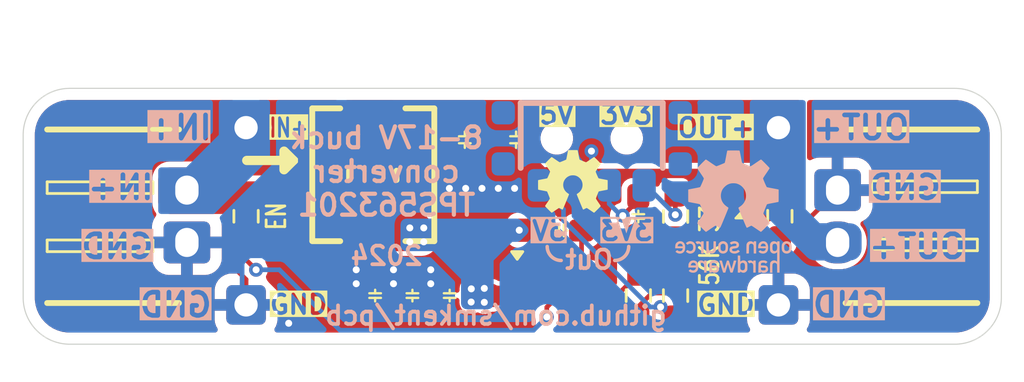
<source format=kicad_pcb>
(kicad_pcb (version 20240108) (generator "pcbnew") (generator_version "8.0")
  (layers (0 "F.Cu" signal) (31 "B.Cu" signal) (34 "B.Paste" user) (35 "F.Paste" user) (36 "B.SilkS" user "B.Silkscreen") (37 "F.SilkS" user "F.Silkscreen") (38 "B.Mask" user) (39 "F.Mask" user) (44 "Edge.Cuts" user))
  (net 0 "")
  (net 1 "GND")
  (net 2 "VIN")
  (net 3 "FB")
  (net 4 "VOUT")
  (net 5 "SW")
  (net 6 "Net-(U1-VBST)")
  (net 7 "Net-(LED1-A)")
  (net 8 "Net-(U1-EN)")
  (net 9 "Net-(SW1-C)")
  (net 10 "Net-(SW1-A)")
  (footprint "Resistor_SMD:R_0603_1608Metric_Pad0.98x0.95mm_HandSolder" (layer "F.Cu") (at 133.3925 69.2 -90)
    (property "Reference" "R3" (hide yes))
    (property "Value" "33K")
    (pad "1" smd roundrect (at -0.9125 0 270) (size 0.975 0.95) (layers "F.Cu" "F.Paste" "F.Mask") (net 9 "Net-(SW1-C)"))
    (pad "2" smd roundrect (at 0.9125 0 270) (size 0.975 0.95) (layers "F.Cu" "F.Paste" "F.Mask") (net 3 "FB"))
  )
  (footprint "custom:C_0603_1608Metric_Pad1.08x0.95mm_HandSolder" (layer "F.Cu") (at 128.4925 69.8 180)
    (property "Reference" "C7" (hide yes))
    (property "Value" "0u1")
    (pad "1" smd roundrect (at -0.8625 0 180) (size 1.075 0.95) (layers "F.Cu" "F.Paste" "F.Mask") (net 6 "Net-(U1-VBST)"))
    (pad "2" smd roundrect (at 0.8625 0 180) (size 1.075 0.95) (layers "F.Cu" "F.Paste" "F.Mask") (net 5 "SW"))
  )
  (footprint "custom:C_0603_1608Metric_Pad1.08x0.95mm_HandSolder" (layer "F.Cu") (at 123.6925 72.6 90)
    (property "Reference" "C3" (hide yes))
    (property "Value" "0u1")
    (pad "1" smd roundrect (at -0.8625 0 90) (size 1.075 0.95) (layers "F.Cu" "F.Paste" "F.Mask") (net 2 "VIN"))
    (pad "2" smd roundrect (at 0.8625 0 90) (size 1.075 0.95) (layers "F.Cu" "F.Paste" "F.Mask") (net 1 "GND"))
  )
  (footprint "Resistor_SMD:R_0603_1608Metric_Pad0.98x0.95mm_HandSolder" (layer "F.Cu") (at 133.3925 72.6 -90)
    (property "Reference" "R2" (hide yes))
    (property "Value" "56K")
    (pad "1" smd roundrect (at -0.9125 0 270) (size 0.975 0.95) (layers "F.Cu" "F.Paste" "F.Mask") (net 3 "FB"))
    (pad "2" smd roundrect (at 0.9125 0 270) (size 0.975 0.95) (layers "F.Cu" "F.Paste" "F.Mask") (net 10 "Net-(SW1-A)"))
  )
  (footprint "custom:Inductor_Multi_5.2x5.7_2x2.5" (layer "F.Cu") (at 120.3925 67.4 90)
    (property "Reference" "L1" (hide yes))
    (property "Value" "4u7")
    (pad "1" smd roundrect (at -1.825 0) (size 2.2 2.75) (layers "F.Cu" "F.Paste" "F.Mask") (roundrect_rratio 0.1136363636) (net 5 "SW"))
    (pad "2" smd roundrect (at 1.8 0) (size 2.2 2.8) (layers "F.Cu" "F.Paste" "F.Mask") (roundrect_rratio 0.1136363636) (net 4 "VOUT"))
  )
  (footprint "Resistor_SMD:R_0603_1608Metric_Pad0.98x0.95mm_HandSolder" (layer "F.Cu") (at 137.87 69.19 90)
    (property "Reference" "R0" (hide yes))
    (property "Value" "10K")
    (pad "1" smd roundrect (at -0.9125 0 90) (size 0.975 0.95) (layers "F.Cu" "F.Paste" "F.Mask") (net 7 "Net-(LED1-A)"))
    (pad "2" smd roundrect (at 0.9125 0 90) (size 0.975 0.95) (layers "F.Cu" "F.Paste" "F.Mask") (net 4 "VOUT"))
  )
  (footprint "Resistor_SMD:R_0603_1608Metric_Pad0.98x0.95mm_HandSolder" (layer "F.Cu") (at 131.7925 72.6 90)
    (property "Reference" "R1" (hide yes))
    (property "Value" "10K")
    (pad "1" smd roundrect (at -0.9125 0 90) (size 0.975 0.95) (layers "F.Cu" "F.Paste" "F.Mask") (net 1 "GND"))
    (pad "2" smd roundrect (at 0.9125 0 90) (size 0.975 0.95) (layers "F.Cu" "F.Paste" "F.Mask") (net 3 "FB"))
  )
  (footprint "custom:SOT-23-6_Handsoldering_simple" (layer "F.Cu") (at 127.7925 72.6)
    (property "Reference" "U1" (hide yes))
    (property "Value" "TPS563200")
    (pad "1" smd roundrect (at -1.35 -0.95) (size 1.56 0.65) (layers "F.Cu" "F.Paste" "F.Mask") (net 1 "GND"))
    (pad "2" smd roundrect (at -1.35 0) (size 1.56 0.65) (layers "F.Cu" "F.Paste" "F.Mask") (net 5 "SW"))
    (pad "3" smd roundrect (at -1.35 0.95) (size 1.56 0.65) (layers "F.Cu" "F.Paste" "F.Mask") (net 2 "VIN"))
    (pad "4" smd roundrect (at 1.35 0.95) (size 1.56 0.65) (layers "F.Cu" "F.Paste" "F.Mask") (net 3 "FB"))
    (pad "5" smd roundrect (at 1.35 0) (size 1.56 0.65) (layers "F.Cu" "F.Paste" "F.Mask") (net 8 "Net-(U1-EN)"))
    (pad "6" smd roundrect (at 1.35 -0.95) (size 1.56 0.65) (layers "F.Cu" "F.Paste" "F.Mask") (net 6 "Net-(U1-VBST)"))
  )
  (footprint "custom:C_0603_1608Metric_Pad1.08x0.95mm_HandSolder" (layer "F.Cu") (at 122.0925 72.6 90)
    (property "Reference" "C2" (hide yes))
    (property "Value" "10u")
    (pad "1" smd roundrect (at -0.8625 0 90) (size 1.075 0.95) (layers "F.Cu" "F.Paste" "F.Mask") (net 2 "VIN"))
    (pad "2" smd roundrect (at 0.8625 0 90) (size 1.075 0.95) (layers "F.Cu" "F.Paste" "F.Mask") (net 1 "GND"))
  )
  (footprint "custom:Conn_Combo_JST-1x02-XH_PH-THT-pad2gnd" (layer "F.Cu") (at 140.35 69.19 90)
    (property "Reference" "J4" (hide yes))
    (property "Value" "Conn_01x02")
    (pad "1" thru_hole oval (at -1.125 0 90) (size 1.8 2) (drill oval 1.25 1) (layers "*.Cu" "*.Mask") (net 4 "VOUT"))
    (pad "2" thru_hole roundrect (at 1.125 0 90) (size 1.8 2) (drill oval 1.25 1) (layers "*.Cu" "*.Mask") (roundrect_rratio 0.1388888889) (net 1 "GND"))
  )
  (footprint "custom:C_0603_1608Metric_Pad1.08x0.95mm_HandSolder" (layer "F.Cu") (at 131.7925 69.2 90)
    (property "Reference" "C4" (hide yes))
    (property "Value" "75p")
    (pad "1" smd roundrect (at -0.8625 0 90) (size 1.075 0.95) (layers "F.Cu" "F.Paste" "F.Mask") (net 3 "FB"))
    (pad "2" smd roundrect (at 0.8625 0 90) (size 1.075 0.95) (layers "F.Cu" "F.Paste" "F.Mask") (net 4 "VOUT"))
  )
  (footprint "custom:C_0603_1608Metric_Pad1.08x0.95mm_HandSolder" (layer "F.Cu") (at 120.4925 72.6 90)
    (property "Reference" "C1" (hide yes))
    (property "Value" "10u")
    (pad "1" smd roundrect (at -0.8625 0 90) (size 1.075 0.95) (layers "F.Cu" "F.Paste" "F.Mask") (net 2 "VIN"))
    (pad "2" smd roundrect (at 0.8625 0 90) (size 1.075 0.95) (layers "F.Cu" "F.Paste" "F.Mask") (net 1 "GND"))
  )
  (footprint "custom:LED_0603_1608Metric_Pad1.05x0.95mm_HandSolder_simple" (layer "F.Cu") (at 136.17 69.19 -90)
    (property "Reference" "LED1" (hide yes))
    (property "Value" "LED_Small")
    (pad "1" smd roundrect (at -0.875 0 270) (size 1.05 0.95) (layers "F.Cu" "F.Paste" "F.Mask") (net 1 "GND"))
    (pad "2" smd roundrect (at 0.875 0 270) (size 1.05 0.95) (layers "F.Cu" "F.Paste" "F.Mask") (net 7 "Net-(LED1-A)"))
  )
  (footprint "Resistor_SMD:R_0603_1608Metric_Pad0.98x0.95mm_HandSolder" (layer "F.Cu") (at 114.95 69.19 -90)
    (property "Reference" "R4" (hide yes))
    (property "Value" "10K")
    (pad "1" smd roundrect (at -0.9125 0 270) (size 0.975 0.95) (layers "F.Cu" "F.Paste" "F.Mask") (net 2 "VIN"))
    (pad "2" smd roundrect (at 0.9125 0 270) (size 0.975 0.95) (layers "F.Cu" "F.Paste" "F.Mask") (net 8 "Net-(U1-EN)"))
  )
  (footprint "custom:C_0805_2012Metric_Pad1.18x1.45mm_HandSolder" (layer "F.Cu") (at 126.4925 65.9 -90)
    (property "Reference" "C9" (hide yes))
    (property "Value" "22u")
    (pad "1" smd roundrect (at -1.0375 0 270) (size 1.175 1.45) (layers "F.Cu" "F.Paste" "F.Mask") (roundrect_rratio 0.212766) (net 4 "VOUT"))
    (pad "2" smd roundrect (at 1.0375 0 270) (size 1.175 1.45) (layers "F.Cu" "F.Paste" "F.Mask") (roundrect_rratio 0.212766) (net 1 "GND"))
  )
  (footprint "custom:Conn_Combo_JST-1x02-XH_PH-THT-pad2gnd" (layer "F.Cu") (at 112.41 69.19 -90)
    (property "Reference" "J1" (hide yes))
    (property "Value" "Conn_01x02")
    (pad "1" thru_hole oval (at -1.125 0 270) (size 1.8 2) (drill oval 1.25 1) (layers "*.Cu" "*.Mask") (net 2 "VIN"))
    (pad "2" thru_hole roundrect (at 1.125 0 270) (size 1.8 2) (drill oval 1.25 1) (layers "*.Cu" "*.Mask") (roundrect_rratio 0.1388888889) (net 1 "GND"))
  )
  (footprint "custom:C_0805_2012Metric_Pad1.18x1.45mm_HandSolder" (layer "F.Cu") (at 124.2925 65.9 -90)
    (property "Reference" "C8" (hide yes))
    (property "Value" "22u")
    (pad "1" smd roundrect (at -1.0375 0 270) (size 1.175 1.45) (layers "F.Cu" "F.Paste" "F.Mask") (roundrect_rratio 0.212766) (net 4 "VOUT"))
    (pad "2" smd roundrect (at 1.0375 0 270) (size 1.175 1.45) (layers "F.Cu" "F.Paste" "F.Mask") (roundrect_rratio 0.212766) (net 1 "GND"))
  )
  (footprint "graphics:oshw-logo-3mm" (layer "F.Cu") (at 128.98 67.69)
    (property "Reference" "G***" (hide yes))
    (property "Value" "LOGO" (hide yes))
  )
  (footprint "custom:PinHeader_1x01_P2.54mm_simple" (layer "B.Cu") (at 114.95 65.38 180)
    (property "Reference" "J2" (hide yes))
    (property "Value" "Conn_01x03")
    (pad "1" thru_hole oval (at 0 0 180) (size 1.7 1.7) (drill 1) (layers "*.Cu" "*.Mask") (net 2 "VIN"))
  )
  (footprint "graphics:oshw-logo-5mm-text" (layer "B.Cu") (at 135.88 68.99 180)
    (property "Reference" "G***" (hide yes))
    (property "Value" "LOGO" (hide yes))
  )
  (footprint "lcsc:SW-SMD_3P-P1.50_L2.7-W6.6" (layer "B.Cu") (at 129.7925 66.3)
    (property "Reference" "SW1" (hide yes))
    (property "Value" "SW_SPDT")
    (pad "" np_thru_hole circle (at -1.5 -0.46) (size 0.9 0.9) (drill 0.9) (layers "F&B.Cu" "*.Mask"))
    (pad "" np_thru_hole circle (at 1.5 -0.46) (size 0.9 0.9) (drill 0.9) (layers "F&B.Cu" "*.Mask"))
    (pad "0" smd roundrect (at -3.8 -1.56) (size 1 1) (layers "B.Cu" "B.Paste" "B.Mask"))
    (pad "0" smd roundrect (at -3.8 0.64) (size 1 1) (layers "B.Cu" "B.Paste" "B.Mask"))
    (pad "0" smd roundrect (at 3.8 -1.56) (size 1 1) (layers "B.Cu" "B.Paste" "B.Mask"))
    (pad "0" smd roundrect (at 3.8 0.64) (size 1 1) (layers "B.Cu" "B.Paste" "B.Mask"))
    (pad "1" smd roundrect (at -2.25 1.56) (size 1 1.4) (layers "B.Cu" "B.Paste" "B.Mask") (net 10 "Net-(SW1-A)"))
    (pad "2" smd roundrect (at 0.75 1.56) (size 1 1.4) (layers "B.Cu" "B.Paste" "B.Mask") (net 4 "VOUT"))
    (pad "3" smd roundrect (at 2.25 1.56) (size 1 1.4) (layers "B.Cu" "B.Paste" "B.Mask") (net 9 "Net-(SW1-C)"))
  )
  (footprint "custom:PinHeader_1x01_P2.54mm_simple_square" (layer "B.Cu") (at 137.81 73 180)
    (property "Reference" "J6" (hide yes))
    (property "Value" "Conn_01x03")
    (pad "1" thru_hole roundrect (at 0 0 180) (size 1.7 1.7) (drill 1) (layers "*.Cu" "*.Mask") (roundrect_rratio 0.1470588235) (net 1 "GND"))
  )
  (footprint "custom:PinHeader_1x01_P2.54mm_simple" (layer "B.Cu") (at 137.81 65.38 180)
    (property "Reference" "J5" (hide yes))
    (property "Value" "Conn_01x03")
    (pad "1" thru_hole oval (at 0 0 180) (size 1.7 1.7) (drill 1) (layers "*.Cu" "*.Mask") (net 4 "VOUT"))
  )
  (footprint "custom:PinHeader_1x01_P2.54mm_simple_square" (layer "B.Cu") (at 114.95 73 180)
    (property "Reference" "J3" (hide yes))
    (property "Value" "Conn_01x03")
    (pad "1" thru_hole roundrect (at 0 0 180) (size 1.7 1.7) (drill 1) (layers "*.Cu" "*.Mask") (roundrect_rratio 0.1470588235) (net 1 "GND"))
  )
  (gr_arc (start 128.48 71.09) (mid 128.055736 70.914264) (end 127.88 70.49) (stroke (width 0.15)) (layer "B.SilkS"))
  (gr_arc (start 131.38 70.49) (mid 131.204264 70.914264) (end 130.78 71.09) (stroke (width 0.15)) (layer "B.SilkS"))
  (gr_poly (pts (xy 116.58 67.19) (xy 116.58 66.39) (xy 116.98 66.79)) (stroke (width 0.4)) (fill solid) (layer "F.SilkS"))
  (gr_line (start 114.98 66.79) (end 116.98 66.79) (stroke (width 0.4)) (layer "F.SilkS"))
  (gr_poly (pts (arc (start 145.38 74.69) (mid 146.794214 74.104214) (end 147.38 72.69)) (arc (start 147.38 65.69) (mid 146.794214 64.275786) (end 145.38 63.69)) (arc (start 107.38 63.69) (mid 105.965786 64.275786) (end 105.38 65.69)) (arc (start 105.38 72.69) (mid 105.965786 74.104214) (end 107.38 74.69))) (stroke (width 0.05)) (fill none) (layer "Edge.Cuts"))
  (gr_text "Out" (at 129.68 70.59 0) (layer "B.SilkS") (effects (font (size 0.8 0.8) (thickness 0.16) (bold yes)) (justify top mirror)))
  (gr_text "GND" (at 141.58 67.95 0) (layer "B.SilkS" knockout) (effects (font (size 1 1) (thickness 0.2) (bold yes)) (justify right mirror)))
  (gr_text "2024" (at 120.98 70.89 0) (layer "B.SilkS") (effects (font (size 0.8 0.8) (thickness 0.16) (bold yes)) (justify mirror)))
  (gr_text "OUT+" (at 141.58 70.49 0) (layer "B.SilkS" knockout) (effects (font (size 1 1) (thickness 0.2) (bold yes)) (justify right mirror)))
  (gr_text "github.com/smkent/pcb" (at 125.68 72.99 0) (layer "B.SilkS") (effects (font (size 0.8 0.8) (thickness 0.16) (bold yes)) (justify top mirror)))
  (gr_text "IN+" (at 113.58 65.38 0) (layer "B.SilkS" knockout) (effects (font (size 1 1) (thickness 0.2) (bold yes)) (justify left mirror)))
  (gr_text "GND" (at 111.08 70.49 0) (layer "B.SilkS" knockout) (effects (font (size 1 1) (thickness 0.2) (bold yes)) (justify left mirror)))
  (gr_text "GND" (at 113.58 73 0) (layer "B.SilkS" knockout) (effects (font (size 1 1) (thickness 0.2) (bold yes)) (justify left mirror)))
  (gr_text "OUT+" (at 139.18 65.38 0) (layer "B.SilkS" knockout) (effects (font (size 1 1) (thickness 0.2) (bold yes)) (justify right mirror)))
  (gr_text "GND" (at 139.18 73 0) (layer "B.SilkS" knockout) (effects (font (size 1 1) (thickness 0.2) (bold yes)) (justify right mirror)))
  (gr_text "IN+" (at 111.08 67.95 0) (layer "B.SilkS" knockout) (effects (font (size 1 1) (thickness 0.2) (bold yes)) (justify left mirror)))
  (gr_text "3V3" (at 131.28 70.29 0) (layer "B.SilkS" knockout) (effects (font (size 0.8 0.8) (thickness 0.16) (bold yes)) (justify bottom mirror)))
  (gr_text "5V" (at 127.98 70.29 0) (layer "B.SilkS" knockout) (effects (font (size 0.8 0.8) (thickness 0.16) (bold yes)) (justify bottom mirror)))
  (gr_text "8-17V buck\nconverter\nTPS563201" (at 120.98 65.29 0) (layer "B.SilkS") (effects (font (size 0.9 0.9) (thickness 0.18) (bold yes)) (justify top mirror)))
  (gr_text "OUT+" (at 136.88 65.39 0) (layer "F.SilkS" knockout) (effects (font (size 0.8 0.8) (thickness 0.16) (bold yes)) (justify right)))
  (gr_text "3V3" (at 131.28 65.29 0) (layer "F.SilkS" knockout) (effects (font (size 0.8 0.8) (thickness 0.16) (bold yes)) (justify bottom)))
  (gr_text "GND" (at 136.88 72.99 0) (layer "F.SilkS" knockout) (effects (font (size 0.8 0.8) (thickness 0.16) (bold yes)) (justify right)))
  (gr_text "5V" (at 128.28 65.29 0) (layer "F.SilkS" knockout) (effects (font (size 0.8 0.8) (thickness 0.16) (bold yes)) (justify bottom)))
  (gr_text "56K" (at 134.38 71.29 90) (layer "F.SilkS") (effects (font (size 0.8 0.6) (thickness 0.12) (bold yes)) (justify top)))
  (gr_text "EN" (at 115.78 69.19 90) (layer "F.SilkS") (effects (font (size 0.8 0.6) (thickness 0.12) (bold yes)) (justify top)))
  (gr_text "33K" (at 134.38 68.99 90) (layer "F.SilkS") (effects (font (size 0.8 0.6) (thickness 0.12) (bold yes)) (justify top)))
  (gr_text "GND" (at 115.88 72.99 0) (layer "F.SilkS" knockout) (effects (font (size 0.8 0.8) (thickness 0.16) (bold yes)) (justify left)))
  (gr_text "IN+" (at 115.88 65.39 0) (layer "F.SilkS" knockout) (effects (font (size 0.8 0.6) (thickness 0.12) (bold yes)) (justify left)))
  (segment (start 133.844222 72.49) (end 134.18 72.154222) (width 0.2) (layer "F.Cu") (net 1))
  (segment (start 132.38 72.49) (end 133.844222 72.49) (width 0.2) (layer "F.Cu") (net 1))
  (segment (start 114.95 73) (end 114.95 71.908529) (width 0.2) (layer "F.Cu") (net 1))
  (segment (start 114.005 70.315) (end 112.41 70.315) (width 0.2) (layer "F.Cu") (net 1))
  (segment (start 114.08 71.038529) (end 114.08 70.39) (width 0.2) (layer "F.Cu") (net 1))
  (segment (start 114.95 71.908529) (end 114.08 71.038529) (width 0.2) (layer "F.Cu") (net 1))
  (segment (start 136.17 68.315) (end 137.045 69.19) (width 0.2) (layer "F.Cu") (net 1))
  (segment (start 134.18 72.154222) (end 134.18 67.79) (width 0.2) (layer "F.Cu") (net 1))
  (segment (start 131.7925 73.0775) (end 132.38 72.49) (width 0.2) (layer "F.Cu") (net 1))
  (segment (start 137.045 69.19) (end 139.225 69.19) (width 0.2) (layer "F.Cu") (net 1))
  (segment (start 133.78 67.39) (end 126.945 67.39) (width 0.2) (layer "F.Cu") (net 1))
  (segment (start 139.225 69.19) (end 140.35 68.065) (width 0.2) (layer "F.Cu") (net 1))
  (segment (start 114.08 70.39) (end 114.005 70.315) (width 0.2) (layer "F.Cu") (net 1))
  (segment (start 126.945 67.39) (end 126.4925 66.9375) (width 0.2) (layer "F.Cu") (net 1))
  (segment (start 131.7925 73.5125) (end 131.7925 73.0775) (width 0.2) (layer "F.Cu") (net 1))
  (segment (start 134.18 67.79) (end 133.78 67.39) (width 0.2) (layer "F.Cu") (net 1))
  (via (at 122.88 72.09) (size 0.6) (drill 0.3) (layers "F.Cu" "B.Cu") (net 1))
  (via (at 126.48 67.99) (size 0.6) (drill 0.3) (layers "F.Cu" "B.Cu") (net 1))
  (via (at 121.28 72.09) (size 0.6) (drill 0.3) (layers "F.Cu" "B.Cu") (net 1))
  (via (at 119.68 71.49) (size 0.6) (drill 0.3) (layers "F.Cu" "B.Cu") (net 1))
  (via (at 122.88 71.49) (size 0.6) (drill 0.3) (layers "F.Cu" "B.Cu") (net 1))
  (via (at 119.68 72.09) (size 0.6) (drill 0.3) (layers "F.Cu" "B.Cu") (net 1))
  (via (at 125.78 67.99) (size 0.6) (drill 0.3) (layers "F.Cu" "B.Cu") (net 1))
  (via (at 116.78 73.79) (size 0.6) (drill 0.3) (layers "F.Cu" "B.Cu") (net 1))
  (via (at 125.08 67.99) (size 0.6) (drill 0.3) (layers "F.Cu" "B.Cu") (net 1))
  (via (at 124.38 67.99) (size 0.6) (drill 0.3) (layers "F.Cu" "B.Cu") (net 1))
  (via (at 123.68 67.99) (size 0.6) (drill 0.3) (layers "F.Cu" "B.Cu") (net 1))
  (via (at 121.28 71.49) (size 0.6) (drill 0.3) (layers "F.Cu" "B.Cu") (net 1))
  (segment (start 119.08 70.89) (end 119.68 71.49) (width 0.2) (layer "B.Cu") (net 1))
  (segment (start 115.08 70.89) (end 119.08 70.89) (width 0.2) (layer "B.Cu") (net 1))
  (segment (start 114.78 71.19) (end 115.08 70.89) (width 0.2) (layer "B.Cu") (net 1))
  (segment (start 114.95 73) (end 114.78 72.83) (width 0.2) (layer "B.Cu") (net 1))
  (segment (start 114.78 72.83) (end 114.78 71.19) (width 0.2) (layer "B.Cu") (net 1))
  (segment (start 131.7925 70.0625) (end 131.7925 71.6875) (width 0.2) (layer "F.Cu") (net 3))
  (segment (start 131.7925 71.6875) (end 131.7825 71.6875) (width 0.2) (layer "F.Cu") (net 3))
  (segment (start 133.3425 70.0625) (end 133.3925 70.1125) (width 0.2) (layer "F.Cu") (net 3))
  (segment (start 131.7925 71.6875) (end 133.3925 71.6875) (width 0.2) (layer "F.Cu") (net 3))
  (segment (start 129.92 73.55) (end 129.1425 73.55) (width 0.2) (layer "F.Cu") (net 3))
  (segment (start 131.7825 71.6875) (end 129.92 73.55) (width 0.2) (layer "F.Cu") (net 3))
  (segment (start 131.7925 70.0625) (end 133.3425 70.0625) (width 0.2) (layer "F.Cu") (net 3))
  (segment (start 131.7925 68.495031) (end 131.12409 69.163441) (width 0.2) (layer "F.Cu") (net 4))
  (segment (start 131.7925 68.3375) (end 131.7925 68.495031) (width 0.2) (layer "F.Cu") (net 4))
  (via (at 131.12409 69.163441) (size 0.6) (drill 0.3) (layers "F.Cu" "B.Cu") (net 4))
  (via (at 129.78 66.39) (size 0.6) (drill 0.3) (layers "F.Cu" "B.Cu") (net 4))
  (segment (start 130.5425 68.6525) (end 130.5425 67.86) (width 0.2) (layer "B.Cu") (net 4))
  (segment (start 129.78 66.39) (end 129.78 67.0975) (width 0.2) (layer "B.Cu") (net 4))
  (segment (start 129.78 67.0975) (end 130.5425 67.86) (width 0.2) (layer "B.Cu") (net 4))
  (segment (start 131.12409 69.163441) (end 131.053441 69.163441) (width 0.2) (layer "B.Cu") (net 4))
  (segment (start 131.053441 69.163441) (end 130.5425 68.6525) (width 0.2) (layer "B.Cu") (net 4))
  (via (at 122.58 70.29) (size 0.6) (drill 0.3) (layers "F.Cu" "B.Cu") (net 5))
  (via (at 124.620366 72.30973) (size 0.6) (drill 0.3) (layers "F.Cu" "B.Cu") (net 5))
  (via (at 122.58 69.69) (size 0.6) (drill 0.3) (layers "F.Cu" "B.Cu") (net 5))
  (via (at 125.18 72.89) (size 0.6) (drill 0.3) (layers "F.Cu" "B.Cu") (net 5))
  (via (at 121.98 70.29) (size 0.6) (drill 0.3) (layers "F.Cu" "B.Cu") (net 5))
  (via (at 121.98 69.69) (size 0.6) (drill 0.3) (layers "F.Cu" "B.Cu") (net 5))
  (via (at 124.615229 72.877451) (size 0.6) (drill 0.3) (layers "F.Cu" "B.Cu") (net 5))
  (via (at 126.68 69.79) (size 0.6) (drill 0.3) (layers "F.Cu" "B.Cu") (net 5))
  (via (at 125.18 72.29) (size 0.6) (drill 0.3) (layers "F.Cu" "B.Cu") (net 5))
  (segment (start 129.355 69.8) (end 129.355 71.4375) (width 0.2) (layer "F.Cu") (net 6))
  (segment (start 129.355 71.4375) (end 129.1425 71.65) (width 0.2) (layer "F.Cu") (net 6))
  (segment (start 136.2075 70.1025) (end 136.17 70.065) (width 0.2) (layer "F.Cu") (net 7))
  (segment (start 137.87 70.1025) (end 136.2075 70.1025) (width 0.2) (layer "F.Cu") (net 7))
  (segment (start 128.362501 72.6) (end 129.1425 72.6) (width 0.2) (layer "F.Cu") (net 8))
  (segment (start 127.8625 73.519465) (end 127.8625 73.100001) (width 0.2) (layer "F.Cu") (net 8))
  (segment (start 127.8625 73.100001) (end 128.362501 72.6) (width 0.2) (layer "F.Cu") (net 8))
  (segment (start 114.95 71.06) (end 114.95 70.1025) (width 0.2) (layer "F.Cu") (net 8))
  (segment (start 115.38 71.49) (end 114.95 71.06) (width 0.2) (layer "F.Cu") (net 8))
  (via (at 127.8625 73.519465) (size 0.6) (drill 0.3) (layers "F.Cu" "B.Cu") (net 8))
  (via (at 115.38 71.49) (size 0.6) (drill 0.3) (layers "F.Cu" "B.Cu") (net 8))
  (segment (start 115.38 71.49) (end 116.38 71.49) (width 0.2) (layer "B.Cu") (net 8))
  (segment (start 118.98 74.09) (end 127.291965 74.09) (width 0.2) (layer "B.Cu") (net 8))
  (segment (start 116.38 71.49) (end 118.98 74.09) (width 0.2) (layer "B.Cu") (net 8))
  (segment (start 127.291965 74.09) (end 127.8625 73.519465) (width 0.2) (layer "B.Cu") (net 8))
  (segment (start 133.38 68.3) (end 133.3925 68.2875) (width 0.2) (layer "F.Cu") (net 9))
  (segment (start 133.38 69.125) (end 133.38 68.3) (width 0.2) (layer "F.Cu") (net 9))
  (via (at 133.38 69.125) (size 0.6) (drill 0.3) (layers "F.Cu" "B.Cu") (net 9))
  (segment (start 132.0425 67.86) (end 132.115 67.86) (width 0.2) (layer "B.Cu") (net 9))
  (segment (start 132.115 67.86) (end 133.38 69.125) (width 0.2) (layer "B.Cu") (net 9))
  (segment (start 132.747637 73.09) (end 133.170137 73.5125) (width 0.2) (layer "F.Cu") (net 10))
  (segment (start 133.170137 73.5125) (end 133.3925 73.5125) (width 0.2) (layer "F.Cu") (net 10))
  (via (at 132.747637 73.09) (size 0.6) (drill 0.3) (layers "F.Cu" "B.Cu") (net 10))
  (segment (start 132.747637 73.09) (end 132.301637 73.09) (width 0.2) (layer "B.Cu") (net 10))
  (segment (start 128.58 69.368363) (end 128.58 68.8975) (width 0.2) (layer "B.Cu") (net 10))
  (segment (start 128.58 68.8975) (end 127.5425 67.86) (width 0.2) (layer "B.Cu") (net 10))
  (segment (start 132.301637 73.09) (end 128.58 69.368363) (width 0.2) (layer "B.Cu") (net 10))
  (zone (net 5) (net_name "SW") (layer "F.Cu") (priority 7) (connect_pads yes (clearance 0)) (min_thickness 0.25) (fill yes (thermal_gap 0.5) (thermal_bridge_width 0.5) (smoothing fillet) (radius 0.25))
    (polygon (pts (xy 128.18 69.29) (xy 128.18 70.29) (xy 126.38 70.29) (xy 126.38 69.29)))
  )
  (zone (net 5) (net_name "SW") (layer "F.Cu") (priority 8) (connect_pads yes (clearance 0)) (min_thickness 0.25) (fill yes (thermal_gap 0.5) (thermal_bridge_width 0.5) (smoothing fillet) (radius 0.25))
    (polygon (pts (xy 127.18 73.09) (xy 127.18 72.09) (xy 124.38 72.09) (xy 124.38 73.09)))
  )
  (zone (net 2) (net_name "VIN") (layer "F.Cu") (priority 1) (connect_pads yes (clearance 0)) (min_thickness 0.25) (fill yes (thermal_gap 0.5) (thermal_bridge_width 0.5) (smoothing fillet) (radius 0.5))
    (polygon (pts (xy 127.38 73.09) (xy 124.98 73.09) (xy 124.58 72.69) (xy 118.58 72.69) (xy 117.18 71.29) (xy 117.18 68.49) (xy 116.38 67.69) (xy 113.98 67.69) (xy 113.48 67.09) (xy 111.18 67.09) (xy 111.18 69.09) (xy 115.78 69.09) (xy 115.78 71.89) (xy 118.18 74.29) (xy 127.38 74.29)))
  )
  (zone (net 5) (net_name "SW") (layer "F.Cu") (priority 5) (connect_pads yes (clearance 0)) (min_thickness 0.25) (fill yes (thermal_gap 0.5) (thermal_bridge_width 0.5) (smoothing fillet) (radius 0.5))
    (polygon (pts (xy 119.38 70.69) (xy 122.98 70.69) (xy 122.98 69.49) (xy 121.78 68.29) (xy 121.78 67.89) (xy 119.38 67.89)))
  )
  (zone (net 1) (net_name "GND") (layer "F.Cu") (connect_pads yes (clearance 0)) (min_thickness 0.25) (fill yes (thermal_gap 0.5) (thermal_bridge_width 0.5) (smoothing fillet) (radius 0.25))
    (polygon (pts (xy 122.98 68.29) (xy 127.78 68.29) (xy 127.78 67.09) (xy 126.78 66.09) (xy 122.98 66.09) (xy 122.98 66.69)))
  )
  (zone (net 1) (net_name "GND") (layer "F.Cu") (connect_pads yes (clearance 0)) (min_thickness 0.25) (fill yes (thermal_gap 0.5) (thermal_bridge_width 0.5) (smoothing fillet) (radius 0.25))
    (polygon (pts (xy 118.78 72.49) (xy 127.18 72.49) (xy 127.18 70.69) (xy 118.78 70.69)))
  )
  (zone (net 0) (net_name "") (layer "F.Cu") (connect_pads yes (clearance 0)) (min_thickness 0.25)
    (keepout (tracks allowed) (vias allowed) (pads allowed) (copperpour not_allowed) (footprints allowed))
    (fill (thermal_gap 0.5) (thermal_bridge_width 0.5))
    (polygon (pts (xy 130.88 74.69) (xy 134.48 74.69) (xy 134.48 67.79) (xy 133.38 67.79) (xy 133.38 70.39) (xy 132.88 70.89) (xy 130.88 70.89)))
  )
  (zone (net 4) (net_name "VOUT") (layer "F.Cu") (priority 3) (connect_pads yes (clearance 0)) (min_thickness 0.25) (fill yes (thermal_gap 0.5) (thermal_bridge_width 0.5) (smoothing fillet) (radius 0.5))
    (polygon (pts (xy 127.98 66.89) (xy 126.78 65.69) (xy 122.78 65.69) (xy 121.38 67.09) (xy 119.18 67.09) (xy 119.18 63.69) (xy 138.78 63.69) (xy 138.78 67.29) (xy 138.38 67.69) (xy 138.38 68.69) (xy 137.38 68.69) (xy 137.38 67.69) (xy 136.58 66.89)))
  )
  (zone (net 1) (net_name "GND") (layers "F&B.Cu") (connect_pads (clearance 0.25)) (min_thickness 0.25) (fill yes (thermal_gap 0.5) (thermal_bridge_width 0.5))
    (polygon (pts (xy 105.38 63.69) (xy 147.38 63.69) (xy 147.38 74.69) (xy 132.38 74.69) (xy 131.18 74.69) (xy 130.58 74.69) (xy 129.98 74.69) (xy 105.38 74.69)))
  )
  (zone (net 5) (net_name "SW") (layer "B.Cu") (priority 6) (connect_pads yes (clearance 0)) (min_thickness 0.25) (fill yes (thermal_gap 0.5) (thermal_bridge_width 0.5) (smoothing fillet) (radius 0.25))
    (polygon (pts (xy 121.58 70.69) (xy 121.58 69.29) (xy 126.68 69.29) (xy 127.08 69.69) (xy 127.08 69.89) (xy 126.68 70.29) (xy 126.38 70.29) (xy 125.58 71.09) (xy 125.58 73.19) (xy 124.18 73.19) (xy 124.18 71.89) (xy 122.98 70.69)))
  )
  (zone (net 2) (net_name "VIN") (layer "B.Cu") (priority 2) (connect_pads yes (clearance 0)) (min_thickness 0.25) (fill yes (thermal_gap 0.5) (thermal_bridge_width 0.5) (smoothing fillet) (island_removal_mode 1) (island_area_min 10))
    (polygon (pts (xy 111.18 69.09) (xy 113.58 69.09) (xy 115.98 66.69) (xy 115.98 63.69) (xy 113.78 63.69) (xy 113.78 65.69) (xy 112.38 67.09) (xy 111.18 67.09)))
  )
  (zone (net 4) (net_name "VOUT") (layer "B.Cu") (priority 4) (connect_pads yes (clearance 0)) (min_thickness 0.25) (fill yes (thermal_gap 0.5) (thermal_bridge_width 0.5) (smoothing fillet) (radius 0.5))
    (polygon (pts (xy 136.58 63.69) (xy 136.58 68.49) (xy 139.18 71.09) (xy 141.38 71.09) (xy 141.38 69.49) (xy 139.58 69.49) (xy 138.98 68.89) (xy 138.98 63.69)))
  )
)
</source>
